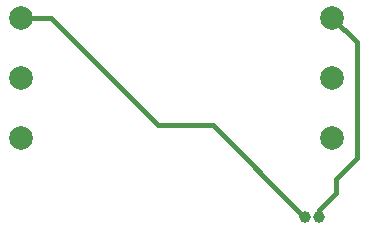
<source format=gbr>
%TF.GenerationSoftware,KiCad,Pcbnew,7.0.10*%
%TF.CreationDate,2024-04-17T22:46:39-04:00*%
%TF.ProjectId,kill-switch,6b696c6c-2d73-4776-9974-63682e6b6963,rev?*%
%TF.SameCoordinates,Original*%
%TF.FileFunction,Copper,L1,Top*%
%TF.FilePolarity,Positive*%
%FSLAX46Y46*%
G04 Gerber Fmt 4.6, Leading zero omitted, Abs format (unit mm)*
G04 Created by KiCad (PCBNEW 7.0.10) date 2024-04-17 22:46:39*
%MOMM*%
%LPD*%
G01*
G04 APERTURE LIST*
%TA.AperFunction,ComponentPad*%
%ADD10C,2.000000*%
%TD*%
%TA.AperFunction,ComponentPad*%
%ADD11C,1.000000*%
%TD*%
%TA.AperFunction,Conductor*%
%ADD12C,0.400000*%
%TD*%
G04 APERTURE END LIST*
D10*
%TO.P,S1,1,COM*%
%TO.N,Net-(S1-COM)*%
X65800000Y-62000000D03*
%TO.P,S1,2,NO*%
%TO.N,unconnected-(S1-NO-Pad2)*%
X65800000Y-56920000D03*
%TO.P,S1,3,NC*%
%TO.N,Net-(S1-NC)*%
X65800000Y-51840000D03*
%TD*%
%TO.P,S2,1,COM*%
%TO.N,Net-(S1-COM)*%
X92200000Y-62000000D03*
%TO.P,S2,2,NO*%
%TO.N,unconnected-(S2-NO-Pad2)*%
X92200000Y-56920000D03*
%TO.P,S2,3,NC*%
%TO.N,Net-(S2-NC)*%
X92200000Y-51840000D03*
%TD*%
D11*
%TO.P,J1,1*%
%TO.N,Net-(S2-NC)*%
X91100000Y-68700000D03*
%TO.P,J1,2*%
%TO.N,Net-(S1-NC)*%
X89850000Y-68700000D03*
%TD*%
D12*
%TO.N,Net-(S2-NC)*%
X91100000Y-68100000D02*
X92500000Y-66700000D01*
X94300000Y-63700000D02*
X94300000Y-53940000D01*
X91100000Y-68700000D02*
X91100000Y-68100000D01*
X94300000Y-53940000D02*
X92200000Y-51840000D01*
X92500000Y-65500000D02*
X94300000Y-63700000D01*
X92500000Y-66700000D02*
X92500000Y-65500000D01*
%TO.N,Net-(S1-NC)*%
X89800000Y-68700000D02*
X82050000Y-60950000D01*
X89850000Y-68700000D02*
X89800000Y-68700000D01*
X68340000Y-51840000D02*
X65800000Y-51840000D01*
X77450000Y-60950000D02*
X68340000Y-51840000D01*
X82050000Y-60950000D02*
X77450000Y-60950000D01*
%TD*%
M02*

</source>
